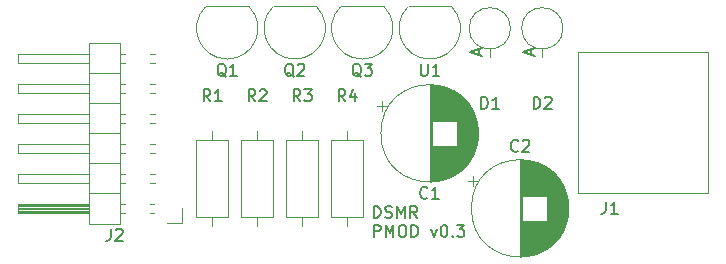
<source format=gbr>
%TF.GenerationSoftware,KiCad,Pcbnew,7.0.10*%
%TF.CreationDate,2024-01-03T13:13:52+01:00*%
%TF.ProjectId,slimme_meter_pmod,736c696d-6d65-45f6-9d65-7465725f706d,rev?*%
%TF.SameCoordinates,Original*%
%TF.FileFunction,Legend,Top*%
%TF.FilePolarity,Positive*%
%FSLAX46Y46*%
G04 Gerber Fmt 4.6, Leading zero omitted, Abs format (unit mm)*
G04 Created by KiCad (PCBNEW 7.0.10) date 2024-01-03 13:13:52*
%MOMM*%
%LPD*%
G01*
G04 APERTURE LIST*
%ADD10C,0.150000*%
%ADD11C,0.120000*%
G04 APERTURE END LIST*
D10*
X116541779Y-69379819D02*
X116541779Y-68379819D01*
X116541779Y-68379819D02*
X116779874Y-68379819D01*
X116779874Y-68379819D02*
X116922731Y-68427438D01*
X116922731Y-68427438D02*
X117017969Y-68522676D01*
X117017969Y-68522676D02*
X117065588Y-68617914D01*
X117065588Y-68617914D02*
X117113207Y-68808390D01*
X117113207Y-68808390D02*
X117113207Y-68951247D01*
X117113207Y-68951247D02*
X117065588Y-69141723D01*
X117065588Y-69141723D02*
X117017969Y-69236961D01*
X117017969Y-69236961D02*
X116922731Y-69332200D01*
X116922731Y-69332200D02*
X116779874Y-69379819D01*
X116779874Y-69379819D02*
X116541779Y-69379819D01*
X117494160Y-69332200D02*
X117637017Y-69379819D01*
X117637017Y-69379819D02*
X117875112Y-69379819D01*
X117875112Y-69379819D02*
X117970350Y-69332200D01*
X117970350Y-69332200D02*
X118017969Y-69284580D01*
X118017969Y-69284580D02*
X118065588Y-69189342D01*
X118065588Y-69189342D02*
X118065588Y-69094104D01*
X118065588Y-69094104D02*
X118017969Y-68998866D01*
X118017969Y-68998866D02*
X117970350Y-68951247D01*
X117970350Y-68951247D02*
X117875112Y-68903628D01*
X117875112Y-68903628D02*
X117684636Y-68856009D01*
X117684636Y-68856009D02*
X117589398Y-68808390D01*
X117589398Y-68808390D02*
X117541779Y-68760771D01*
X117541779Y-68760771D02*
X117494160Y-68665533D01*
X117494160Y-68665533D02*
X117494160Y-68570295D01*
X117494160Y-68570295D02*
X117541779Y-68475057D01*
X117541779Y-68475057D02*
X117589398Y-68427438D01*
X117589398Y-68427438D02*
X117684636Y-68379819D01*
X117684636Y-68379819D02*
X117922731Y-68379819D01*
X117922731Y-68379819D02*
X118065588Y-68427438D01*
X118494160Y-69379819D02*
X118494160Y-68379819D01*
X118494160Y-68379819D02*
X118827493Y-69094104D01*
X118827493Y-69094104D02*
X119160826Y-68379819D01*
X119160826Y-68379819D02*
X119160826Y-69379819D01*
X120208445Y-69379819D02*
X119875112Y-68903628D01*
X119637017Y-69379819D02*
X119637017Y-68379819D01*
X119637017Y-68379819D02*
X120017969Y-68379819D01*
X120017969Y-68379819D02*
X120113207Y-68427438D01*
X120113207Y-68427438D02*
X120160826Y-68475057D01*
X120160826Y-68475057D02*
X120208445Y-68570295D01*
X120208445Y-68570295D02*
X120208445Y-68713152D01*
X120208445Y-68713152D02*
X120160826Y-68808390D01*
X120160826Y-68808390D02*
X120113207Y-68856009D01*
X120113207Y-68856009D02*
X120017969Y-68903628D01*
X120017969Y-68903628D02*
X119637017Y-68903628D01*
X116541779Y-70989819D02*
X116541779Y-69989819D01*
X116541779Y-69989819D02*
X116922731Y-69989819D01*
X116922731Y-69989819D02*
X117017969Y-70037438D01*
X117017969Y-70037438D02*
X117065588Y-70085057D01*
X117065588Y-70085057D02*
X117113207Y-70180295D01*
X117113207Y-70180295D02*
X117113207Y-70323152D01*
X117113207Y-70323152D02*
X117065588Y-70418390D01*
X117065588Y-70418390D02*
X117017969Y-70466009D01*
X117017969Y-70466009D02*
X116922731Y-70513628D01*
X116922731Y-70513628D02*
X116541779Y-70513628D01*
X117541779Y-70989819D02*
X117541779Y-69989819D01*
X117541779Y-69989819D02*
X117875112Y-70704104D01*
X117875112Y-70704104D02*
X118208445Y-69989819D01*
X118208445Y-69989819D02*
X118208445Y-70989819D01*
X118875112Y-69989819D02*
X119065588Y-69989819D01*
X119065588Y-69989819D02*
X119160826Y-70037438D01*
X119160826Y-70037438D02*
X119256064Y-70132676D01*
X119256064Y-70132676D02*
X119303683Y-70323152D01*
X119303683Y-70323152D02*
X119303683Y-70656485D01*
X119303683Y-70656485D02*
X119256064Y-70846961D01*
X119256064Y-70846961D02*
X119160826Y-70942200D01*
X119160826Y-70942200D02*
X119065588Y-70989819D01*
X119065588Y-70989819D02*
X118875112Y-70989819D01*
X118875112Y-70989819D02*
X118779874Y-70942200D01*
X118779874Y-70942200D02*
X118684636Y-70846961D01*
X118684636Y-70846961D02*
X118637017Y-70656485D01*
X118637017Y-70656485D02*
X118637017Y-70323152D01*
X118637017Y-70323152D02*
X118684636Y-70132676D01*
X118684636Y-70132676D02*
X118779874Y-70037438D01*
X118779874Y-70037438D02*
X118875112Y-69989819D01*
X119732255Y-70989819D02*
X119732255Y-69989819D01*
X119732255Y-69989819D02*
X119970350Y-69989819D01*
X119970350Y-69989819D02*
X120113207Y-70037438D01*
X120113207Y-70037438D02*
X120208445Y-70132676D01*
X120208445Y-70132676D02*
X120256064Y-70227914D01*
X120256064Y-70227914D02*
X120303683Y-70418390D01*
X120303683Y-70418390D02*
X120303683Y-70561247D01*
X120303683Y-70561247D02*
X120256064Y-70751723D01*
X120256064Y-70751723D02*
X120208445Y-70846961D01*
X120208445Y-70846961D02*
X120113207Y-70942200D01*
X120113207Y-70942200D02*
X119970350Y-70989819D01*
X119970350Y-70989819D02*
X119732255Y-70989819D01*
X121398922Y-70323152D02*
X121637017Y-70989819D01*
X121637017Y-70989819D02*
X121875112Y-70323152D01*
X122446541Y-69989819D02*
X122541779Y-69989819D01*
X122541779Y-69989819D02*
X122637017Y-70037438D01*
X122637017Y-70037438D02*
X122684636Y-70085057D01*
X122684636Y-70085057D02*
X122732255Y-70180295D01*
X122732255Y-70180295D02*
X122779874Y-70370771D01*
X122779874Y-70370771D02*
X122779874Y-70608866D01*
X122779874Y-70608866D02*
X122732255Y-70799342D01*
X122732255Y-70799342D02*
X122684636Y-70894580D01*
X122684636Y-70894580D02*
X122637017Y-70942200D01*
X122637017Y-70942200D02*
X122541779Y-70989819D01*
X122541779Y-70989819D02*
X122446541Y-70989819D01*
X122446541Y-70989819D02*
X122351303Y-70942200D01*
X122351303Y-70942200D02*
X122303684Y-70894580D01*
X122303684Y-70894580D02*
X122256065Y-70799342D01*
X122256065Y-70799342D02*
X122208446Y-70608866D01*
X122208446Y-70608866D02*
X122208446Y-70370771D01*
X122208446Y-70370771D02*
X122256065Y-70180295D01*
X122256065Y-70180295D02*
X122303684Y-70085057D01*
X122303684Y-70085057D02*
X122351303Y-70037438D01*
X122351303Y-70037438D02*
X122446541Y-69989819D01*
X123208446Y-70894580D02*
X123256065Y-70942200D01*
X123256065Y-70942200D02*
X123208446Y-70989819D01*
X123208446Y-70989819D02*
X123160827Y-70942200D01*
X123160827Y-70942200D02*
X123208446Y-70894580D01*
X123208446Y-70894580D02*
X123208446Y-70989819D01*
X123589398Y-69989819D02*
X124208445Y-69989819D01*
X124208445Y-69989819D02*
X123875112Y-70370771D01*
X123875112Y-70370771D02*
X124017969Y-70370771D01*
X124017969Y-70370771D02*
X124113207Y-70418390D01*
X124113207Y-70418390D02*
X124160826Y-70466009D01*
X124160826Y-70466009D02*
X124208445Y-70561247D01*
X124208445Y-70561247D02*
X124208445Y-70799342D01*
X124208445Y-70799342D02*
X124160826Y-70894580D01*
X124160826Y-70894580D02*
X124113207Y-70942200D01*
X124113207Y-70942200D02*
X124017969Y-70989819D01*
X124017969Y-70989819D02*
X123732255Y-70989819D01*
X123732255Y-70989819D02*
X123637017Y-70942200D01*
X123637017Y-70942200D02*
X123589398Y-70894580D01*
X128758333Y-63689580D02*
X128710714Y-63737200D01*
X128710714Y-63737200D02*
X128567857Y-63784819D01*
X128567857Y-63784819D02*
X128472619Y-63784819D01*
X128472619Y-63784819D02*
X128329762Y-63737200D01*
X128329762Y-63737200D02*
X128234524Y-63641961D01*
X128234524Y-63641961D02*
X128186905Y-63546723D01*
X128186905Y-63546723D02*
X128139286Y-63356247D01*
X128139286Y-63356247D02*
X128139286Y-63213390D01*
X128139286Y-63213390D02*
X128186905Y-63022914D01*
X128186905Y-63022914D02*
X128234524Y-62927676D01*
X128234524Y-62927676D02*
X128329762Y-62832438D01*
X128329762Y-62832438D02*
X128472619Y-62784819D01*
X128472619Y-62784819D02*
X128567857Y-62784819D01*
X128567857Y-62784819D02*
X128710714Y-62832438D01*
X128710714Y-62832438D02*
X128758333Y-62880057D01*
X129139286Y-62880057D02*
X129186905Y-62832438D01*
X129186905Y-62832438D02*
X129282143Y-62784819D01*
X129282143Y-62784819D02*
X129520238Y-62784819D01*
X129520238Y-62784819D02*
X129615476Y-62832438D01*
X129615476Y-62832438D02*
X129663095Y-62880057D01*
X129663095Y-62880057D02*
X129710714Y-62975295D01*
X129710714Y-62975295D02*
X129710714Y-63070533D01*
X129710714Y-63070533D02*
X129663095Y-63213390D01*
X129663095Y-63213390D02*
X129091667Y-63784819D01*
X129091667Y-63784819D02*
X129710714Y-63784819D01*
X120523095Y-56354819D02*
X120523095Y-57164342D01*
X120523095Y-57164342D02*
X120570714Y-57259580D01*
X120570714Y-57259580D02*
X120618333Y-57307200D01*
X120618333Y-57307200D02*
X120713571Y-57354819D01*
X120713571Y-57354819D02*
X120904047Y-57354819D01*
X120904047Y-57354819D02*
X120999285Y-57307200D01*
X120999285Y-57307200D02*
X121046904Y-57259580D01*
X121046904Y-57259580D02*
X121094523Y-57164342D01*
X121094523Y-57164342D02*
X121094523Y-56354819D01*
X122094523Y-57354819D02*
X121523095Y-57354819D01*
X121808809Y-57354819D02*
X121808809Y-56354819D01*
X121808809Y-56354819D02*
X121713571Y-56497676D01*
X121713571Y-56497676D02*
X121618333Y-56592914D01*
X121618333Y-56592914D02*
X121523095Y-56640533D01*
X115474761Y-57450057D02*
X115379523Y-57402438D01*
X115379523Y-57402438D02*
X115284285Y-57307200D01*
X115284285Y-57307200D02*
X115141428Y-57164342D01*
X115141428Y-57164342D02*
X115046190Y-57116723D01*
X115046190Y-57116723D02*
X114950952Y-57116723D01*
X114998571Y-57354819D02*
X114903333Y-57307200D01*
X114903333Y-57307200D02*
X114808095Y-57211961D01*
X114808095Y-57211961D02*
X114760476Y-57021485D01*
X114760476Y-57021485D02*
X114760476Y-56688152D01*
X114760476Y-56688152D02*
X114808095Y-56497676D01*
X114808095Y-56497676D02*
X114903333Y-56402438D01*
X114903333Y-56402438D02*
X114998571Y-56354819D01*
X114998571Y-56354819D02*
X115189047Y-56354819D01*
X115189047Y-56354819D02*
X115284285Y-56402438D01*
X115284285Y-56402438D02*
X115379523Y-56497676D01*
X115379523Y-56497676D02*
X115427142Y-56688152D01*
X115427142Y-56688152D02*
X115427142Y-57021485D01*
X115427142Y-57021485D02*
X115379523Y-57211961D01*
X115379523Y-57211961D02*
X115284285Y-57307200D01*
X115284285Y-57307200D02*
X115189047Y-57354819D01*
X115189047Y-57354819D02*
X114998571Y-57354819D01*
X115760476Y-56354819D02*
X116379523Y-56354819D01*
X116379523Y-56354819D02*
X116046190Y-56735771D01*
X116046190Y-56735771D02*
X116189047Y-56735771D01*
X116189047Y-56735771D02*
X116284285Y-56783390D01*
X116284285Y-56783390D02*
X116331904Y-56831009D01*
X116331904Y-56831009D02*
X116379523Y-56926247D01*
X116379523Y-56926247D02*
X116379523Y-57164342D01*
X116379523Y-57164342D02*
X116331904Y-57259580D01*
X116331904Y-57259580D02*
X116284285Y-57307200D01*
X116284285Y-57307200D02*
X116189047Y-57354819D01*
X116189047Y-57354819D02*
X115903333Y-57354819D01*
X115903333Y-57354819D02*
X115808095Y-57307200D01*
X115808095Y-57307200D02*
X115760476Y-57259580D01*
X121078333Y-67669580D02*
X121030714Y-67717200D01*
X121030714Y-67717200D02*
X120887857Y-67764819D01*
X120887857Y-67764819D02*
X120792619Y-67764819D01*
X120792619Y-67764819D02*
X120649762Y-67717200D01*
X120649762Y-67717200D02*
X120554524Y-67621961D01*
X120554524Y-67621961D02*
X120506905Y-67526723D01*
X120506905Y-67526723D02*
X120459286Y-67336247D01*
X120459286Y-67336247D02*
X120459286Y-67193390D01*
X120459286Y-67193390D02*
X120506905Y-67002914D01*
X120506905Y-67002914D02*
X120554524Y-66907676D01*
X120554524Y-66907676D02*
X120649762Y-66812438D01*
X120649762Y-66812438D02*
X120792619Y-66764819D01*
X120792619Y-66764819D02*
X120887857Y-66764819D01*
X120887857Y-66764819D02*
X121030714Y-66812438D01*
X121030714Y-66812438D02*
X121078333Y-66860057D01*
X122030714Y-67764819D02*
X121459286Y-67764819D01*
X121745000Y-67764819D02*
X121745000Y-66764819D01*
X121745000Y-66764819D02*
X121649762Y-66907676D01*
X121649762Y-66907676D02*
X121554524Y-67002914D01*
X121554524Y-67002914D02*
X121459286Y-67050533D01*
X104044761Y-57450057D02*
X103949523Y-57402438D01*
X103949523Y-57402438D02*
X103854285Y-57307200D01*
X103854285Y-57307200D02*
X103711428Y-57164342D01*
X103711428Y-57164342D02*
X103616190Y-57116723D01*
X103616190Y-57116723D02*
X103520952Y-57116723D01*
X103568571Y-57354819D02*
X103473333Y-57307200D01*
X103473333Y-57307200D02*
X103378095Y-57211961D01*
X103378095Y-57211961D02*
X103330476Y-57021485D01*
X103330476Y-57021485D02*
X103330476Y-56688152D01*
X103330476Y-56688152D02*
X103378095Y-56497676D01*
X103378095Y-56497676D02*
X103473333Y-56402438D01*
X103473333Y-56402438D02*
X103568571Y-56354819D01*
X103568571Y-56354819D02*
X103759047Y-56354819D01*
X103759047Y-56354819D02*
X103854285Y-56402438D01*
X103854285Y-56402438D02*
X103949523Y-56497676D01*
X103949523Y-56497676D02*
X103997142Y-56688152D01*
X103997142Y-56688152D02*
X103997142Y-57021485D01*
X103997142Y-57021485D02*
X103949523Y-57211961D01*
X103949523Y-57211961D02*
X103854285Y-57307200D01*
X103854285Y-57307200D02*
X103759047Y-57354819D01*
X103759047Y-57354819D02*
X103568571Y-57354819D01*
X104949523Y-57354819D02*
X104378095Y-57354819D01*
X104663809Y-57354819D02*
X104663809Y-56354819D01*
X104663809Y-56354819D02*
X104568571Y-56497676D01*
X104568571Y-56497676D02*
X104473333Y-56592914D01*
X104473333Y-56592914D02*
X104378095Y-56640533D01*
X109759761Y-57450057D02*
X109664523Y-57402438D01*
X109664523Y-57402438D02*
X109569285Y-57307200D01*
X109569285Y-57307200D02*
X109426428Y-57164342D01*
X109426428Y-57164342D02*
X109331190Y-57116723D01*
X109331190Y-57116723D02*
X109235952Y-57116723D01*
X109283571Y-57354819D02*
X109188333Y-57307200D01*
X109188333Y-57307200D02*
X109093095Y-57211961D01*
X109093095Y-57211961D02*
X109045476Y-57021485D01*
X109045476Y-57021485D02*
X109045476Y-56688152D01*
X109045476Y-56688152D02*
X109093095Y-56497676D01*
X109093095Y-56497676D02*
X109188333Y-56402438D01*
X109188333Y-56402438D02*
X109283571Y-56354819D01*
X109283571Y-56354819D02*
X109474047Y-56354819D01*
X109474047Y-56354819D02*
X109569285Y-56402438D01*
X109569285Y-56402438D02*
X109664523Y-56497676D01*
X109664523Y-56497676D02*
X109712142Y-56688152D01*
X109712142Y-56688152D02*
X109712142Y-57021485D01*
X109712142Y-57021485D02*
X109664523Y-57211961D01*
X109664523Y-57211961D02*
X109569285Y-57307200D01*
X109569285Y-57307200D02*
X109474047Y-57354819D01*
X109474047Y-57354819D02*
X109283571Y-57354819D01*
X110093095Y-56450057D02*
X110140714Y-56402438D01*
X110140714Y-56402438D02*
X110235952Y-56354819D01*
X110235952Y-56354819D02*
X110474047Y-56354819D01*
X110474047Y-56354819D02*
X110569285Y-56402438D01*
X110569285Y-56402438D02*
X110616904Y-56450057D01*
X110616904Y-56450057D02*
X110664523Y-56545295D01*
X110664523Y-56545295D02*
X110664523Y-56640533D01*
X110664523Y-56640533D02*
X110616904Y-56783390D01*
X110616904Y-56783390D02*
X110045476Y-57354819D01*
X110045476Y-57354819D02*
X110664523Y-57354819D01*
X94281666Y-70304819D02*
X94281666Y-71019104D01*
X94281666Y-71019104D02*
X94234047Y-71161961D01*
X94234047Y-71161961D02*
X94138809Y-71257200D01*
X94138809Y-71257200D02*
X93995952Y-71304819D01*
X93995952Y-71304819D02*
X93900714Y-71304819D01*
X94710238Y-70400057D02*
X94757857Y-70352438D01*
X94757857Y-70352438D02*
X94853095Y-70304819D01*
X94853095Y-70304819D02*
X95091190Y-70304819D01*
X95091190Y-70304819D02*
X95186428Y-70352438D01*
X95186428Y-70352438D02*
X95234047Y-70400057D01*
X95234047Y-70400057D02*
X95281666Y-70495295D01*
X95281666Y-70495295D02*
X95281666Y-70590533D01*
X95281666Y-70590533D02*
X95234047Y-70733390D01*
X95234047Y-70733390D02*
X94662619Y-71304819D01*
X94662619Y-71304819D02*
X95281666Y-71304819D01*
X106513333Y-59509819D02*
X106180000Y-59033628D01*
X105941905Y-59509819D02*
X105941905Y-58509819D01*
X105941905Y-58509819D02*
X106322857Y-58509819D01*
X106322857Y-58509819D02*
X106418095Y-58557438D01*
X106418095Y-58557438D02*
X106465714Y-58605057D01*
X106465714Y-58605057D02*
X106513333Y-58700295D01*
X106513333Y-58700295D02*
X106513333Y-58843152D01*
X106513333Y-58843152D02*
X106465714Y-58938390D01*
X106465714Y-58938390D02*
X106418095Y-58986009D01*
X106418095Y-58986009D02*
X106322857Y-59033628D01*
X106322857Y-59033628D02*
X105941905Y-59033628D01*
X106894286Y-58605057D02*
X106941905Y-58557438D01*
X106941905Y-58557438D02*
X107037143Y-58509819D01*
X107037143Y-58509819D02*
X107275238Y-58509819D01*
X107275238Y-58509819D02*
X107370476Y-58557438D01*
X107370476Y-58557438D02*
X107418095Y-58605057D01*
X107418095Y-58605057D02*
X107465714Y-58700295D01*
X107465714Y-58700295D02*
X107465714Y-58795533D01*
X107465714Y-58795533D02*
X107418095Y-58938390D01*
X107418095Y-58938390D02*
X106846667Y-59509819D01*
X106846667Y-59509819D02*
X107465714Y-59509819D01*
X110323333Y-59509819D02*
X109990000Y-59033628D01*
X109751905Y-59509819D02*
X109751905Y-58509819D01*
X109751905Y-58509819D02*
X110132857Y-58509819D01*
X110132857Y-58509819D02*
X110228095Y-58557438D01*
X110228095Y-58557438D02*
X110275714Y-58605057D01*
X110275714Y-58605057D02*
X110323333Y-58700295D01*
X110323333Y-58700295D02*
X110323333Y-58843152D01*
X110323333Y-58843152D02*
X110275714Y-58938390D01*
X110275714Y-58938390D02*
X110228095Y-58986009D01*
X110228095Y-58986009D02*
X110132857Y-59033628D01*
X110132857Y-59033628D02*
X109751905Y-59033628D01*
X110656667Y-58509819D02*
X111275714Y-58509819D01*
X111275714Y-58509819D02*
X110942381Y-58890771D01*
X110942381Y-58890771D02*
X111085238Y-58890771D01*
X111085238Y-58890771D02*
X111180476Y-58938390D01*
X111180476Y-58938390D02*
X111228095Y-58986009D01*
X111228095Y-58986009D02*
X111275714Y-59081247D01*
X111275714Y-59081247D02*
X111275714Y-59319342D01*
X111275714Y-59319342D02*
X111228095Y-59414580D01*
X111228095Y-59414580D02*
X111180476Y-59462200D01*
X111180476Y-59462200D02*
X111085238Y-59509819D01*
X111085238Y-59509819D02*
X110799524Y-59509819D01*
X110799524Y-59509819D02*
X110704286Y-59462200D01*
X110704286Y-59462200D02*
X110656667Y-59414580D01*
X130071905Y-60144819D02*
X130071905Y-59144819D01*
X130071905Y-59144819D02*
X130310000Y-59144819D01*
X130310000Y-59144819D02*
X130452857Y-59192438D01*
X130452857Y-59192438D02*
X130548095Y-59287676D01*
X130548095Y-59287676D02*
X130595714Y-59382914D01*
X130595714Y-59382914D02*
X130643333Y-59573390D01*
X130643333Y-59573390D02*
X130643333Y-59716247D01*
X130643333Y-59716247D02*
X130595714Y-59906723D01*
X130595714Y-59906723D02*
X130548095Y-60001961D01*
X130548095Y-60001961D02*
X130452857Y-60097200D01*
X130452857Y-60097200D02*
X130310000Y-60144819D01*
X130310000Y-60144819D02*
X130071905Y-60144819D01*
X131024286Y-59240057D02*
X131071905Y-59192438D01*
X131071905Y-59192438D02*
X131167143Y-59144819D01*
X131167143Y-59144819D02*
X131405238Y-59144819D01*
X131405238Y-59144819D02*
X131500476Y-59192438D01*
X131500476Y-59192438D02*
X131548095Y-59240057D01*
X131548095Y-59240057D02*
X131595714Y-59335295D01*
X131595714Y-59335295D02*
X131595714Y-59430533D01*
X131595714Y-59430533D02*
X131548095Y-59573390D01*
X131548095Y-59573390D02*
X130976667Y-60144819D01*
X130976667Y-60144819D02*
X131595714Y-60144819D01*
X129879104Y-55588094D02*
X129879104Y-55111904D01*
X130164819Y-55683332D02*
X129164819Y-55349999D01*
X129164819Y-55349999D02*
X130164819Y-55016666D01*
X114133333Y-59509819D02*
X113800000Y-59033628D01*
X113561905Y-59509819D02*
X113561905Y-58509819D01*
X113561905Y-58509819D02*
X113942857Y-58509819D01*
X113942857Y-58509819D02*
X114038095Y-58557438D01*
X114038095Y-58557438D02*
X114085714Y-58605057D01*
X114085714Y-58605057D02*
X114133333Y-58700295D01*
X114133333Y-58700295D02*
X114133333Y-58843152D01*
X114133333Y-58843152D02*
X114085714Y-58938390D01*
X114085714Y-58938390D02*
X114038095Y-58986009D01*
X114038095Y-58986009D02*
X113942857Y-59033628D01*
X113942857Y-59033628D02*
X113561905Y-59033628D01*
X114990476Y-58843152D02*
X114990476Y-59509819D01*
X114752381Y-58462200D02*
X114514286Y-59176485D01*
X114514286Y-59176485D02*
X115133333Y-59176485D01*
X125626905Y-60144819D02*
X125626905Y-59144819D01*
X125626905Y-59144819D02*
X125865000Y-59144819D01*
X125865000Y-59144819D02*
X126007857Y-59192438D01*
X126007857Y-59192438D02*
X126103095Y-59287676D01*
X126103095Y-59287676D02*
X126150714Y-59382914D01*
X126150714Y-59382914D02*
X126198333Y-59573390D01*
X126198333Y-59573390D02*
X126198333Y-59716247D01*
X126198333Y-59716247D02*
X126150714Y-59906723D01*
X126150714Y-59906723D02*
X126103095Y-60001961D01*
X126103095Y-60001961D02*
X126007857Y-60097200D01*
X126007857Y-60097200D02*
X125865000Y-60144819D01*
X125865000Y-60144819D02*
X125626905Y-60144819D01*
X127150714Y-60144819D02*
X126579286Y-60144819D01*
X126865000Y-60144819D02*
X126865000Y-59144819D01*
X126865000Y-59144819D02*
X126769762Y-59287676D01*
X126769762Y-59287676D02*
X126674524Y-59382914D01*
X126674524Y-59382914D02*
X126579286Y-59430533D01*
X125434104Y-55588094D02*
X125434104Y-55111904D01*
X125719819Y-55683332D02*
X124719819Y-55349999D01*
X124719819Y-55349999D02*
X125719819Y-55016666D01*
X102703333Y-59509819D02*
X102370000Y-59033628D01*
X102131905Y-59509819D02*
X102131905Y-58509819D01*
X102131905Y-58509819D02*
X102512857Y-58509819D01*
X102512857Y-58509819D02*
X102608095Y-58557438D01*
X102608095Y-58557438D02*
X102655714Y-58605057D01*
X102655714Y-58605057D02*
X102703333Y-58700295D01*
X102703333Y-58700295D02*
X102703333Y-58843152D01*
X102703333Y-58843152D02*
X102655714Y-58938390D01*
X102655714Y-58938390D02*
X102608095Y-58986009D01*
X102608095Y-58986009D02*
X102512857Y-59033628D01*
X102512857Y-59033628D02*
X102131905Y-59033628D01*
X103655714Y-59509819D02*
X103084286Y-59509819D01*
X103370000Y-59509819D02*
X103370000Y-58509819D01*
X103370000Y-58509819D02*
X103274762Y-58652676D01*
X103274762Y-58652676D02*
X103179524Y-58747914D01*
X103179524Y-58747914D02*
X103084286Y-58795533D01*
X136191666Y-68034819D02*
X136191666Y-68749104D01*
X136191666Y-68749104D02*
X136144047Y-68891961D01*
X136144047Y-68891961D02*
X136048809Y-68987200D01*
X136048809Y-68987200D02*
X135905952Y-69034819D01*
X135905952Y-69034819D02*
X135810714Y-69034819D01*
X137191666Y-69034819D02*
X136620238Y-69034819D01*
X136905952Y-69034819D02*
X136905952Y-68034819D01*
X136905952Y-68034819D02*
X136810714Y-68177676D01*
X136810714Y-68177676D02*
X136715476Y-68272914D01*
X136715476Y-68272914D02*
X136620238Y-68320533D01*
D11*
%TO.C,C2*%
X132966000Y-67812000D02*
X132966000Y-69348000D01*
X124915302Y-65865000D02*
X124915302Y-66665000D01*
X132846000Y-67351000D02*
X132846000Y-69809000D01*
X129926000Y-64623000D02*
X129926000Y-67540000D01*
X130966000Y-65040000D02*
X130966000Y-67540000D01*
X130326000Y-64745000D02*
X130326000Y-67540000D01*
X131726000Y-65597000D02*
X131726000Y-71563000D01*
X129686000Y-69620000D02*
X129686000Y-72590000D01*
X130286000Y-64730000D02*
X130286000Y-67540000D01*
X130406000Y-64775000D02*
X130406000Y-67540000D01*
X132206000Y-66126000D02*
X132206000Y-71034000D01*
X132326000Y-66293000D02*
X132326000Y-70867000D01*
X132406000Y-66414000D02*
X132406000Y-70746000D01*
X131126000Y-65136000D02*
X131126000Y-67540000D01*
X129285000Y-69620000D02*
X129285000Y-72645000D01*
X130006000Y-64644000D02*
X130006000Y-67540000D01*
X132686000Y-66935000D02*
X132686000Y-70225000D01*
X129726000Y-64578000D02*
X129726000Y-67540000D01*
X129165000Y-64506000D02*
X129165000Y-67540000D01*
X130846000Y-64974000D02*
X130846000Y-67540000D01*
X130846000Y-69620000D02*
X130846000Y-72186000D01*
X132166000Y-66075000D02*
X132166000Y-71085000D01*
X129766000Y-64586000D02*
X129766000Y-67540000D01*
X130806000Y-69620000D02*
X130806000Y-72207000D01*
X130606000Y-69620000D02*
X130606000Y-72302000D01*
X131686000Y-65561000D02*
X131686000Y-71599000D01*
X130886000Y-64996000D02*
X130886000Y-67540000D01*
X130926000Y-65018000D02*
X130926000Y-67540000D01*
X129085000Y-64503000D02*
X129085000Y-72657000D01*
X129846000Y-69620000D02*
X129846000Y-72556000D01*
X130326000Y-69620000D02*
X130326000Y-72415000D01*
X130206000Y-64703000D02*
X130206000Y-67540000D01*
X129565000Y-64550000D02*
X129565000Y-67540000D01*
X131526000Y-65424000D02*
X131526000Y-71736000D01*
X129926000Y-69620000D02*
X129926000Y-72537000D01*
X129525000Y-69620000D02*
X129525000Y-72617000D01*
X129365000Y-69620000D02*
X129365000Y-72637000D01*
X132726000Y-67028000D02*
X132726000Y-70132000D01*
X129726000Y-69620000D02*
X129726000Y-72582000D01*
X131446000Y-65360000D02*
X131446000Y-71800000D01*
X129205000Y-69620000D02*
X129205000Y-72651000D01*
X132566000Y-66690000D02*
X132566000Y-70470000D01*
X129405000Y-64528000D02*
X129405000Y-67540000D01*
X131966000Y-65839000D02*
X131966000Y-71321000D01*
X131886000Y-65754000D02*
X131886000Y-71406000D01*
X131086000Y-65111000D02*
X131086000Y-67540000D01*
X132766000Y-67127000D02*
X132766000Y-70033000D01*
X131366000Y-65300000D02*
X131366000Y-71860000D01*
X131646000Y-65525000D02*
X131646000Y-71635000D01*
X132806000Y-67234000D02*
X132806000Y-69926000D01*
X131606000Y-65490000D02*
X131606000Y-71670000D01*
X130606000Y-64858000D02*
X130606000Y-67540000D01*
X129806000Y-64595000D02*
X129806000Y-67540000D01*
X130526000Y-64823000D02*
X130526000Y-67540000D01*
X129205000Y-64509000D02*
X129205000Y-67540000D01*
X132926000Y-67632000D02*
X132926000Y-69528000D01*
X129686000Y-64570000D02*
X129686000Y-67540000D01*
X130086000Y-64666000D02*
X130086000Y-67540000D01*
X129646000Y-69620000D02*
X129646000Y-72597000D01*
X129485000Y-64538000D02*
X129485000Y-67540000D01*
X128965000Y-64500000D02*
X128965000Y-72660000D01*
X130926000Y-69620000D02*
X130926000Y-72142000D01*
X129165000Y-69620000D02*
X129165000Y-72654000D01*
X131566000Y-65456000D02*
X131566000Y-71704000D01*
X130446000Y-64790000D02*
X130446000Y-67540000D01*
X131086000Y-69620000D02*
X131086000Y-72049000D01*
X132046000Y-65929000D02*
X132046000Y-71231000D01*
X128925000Y-64500000D02*
X128925000Y-72660000D01*
X130366000Y-64759000D02*
X130366000Y-67540000D01*
X131006000Y-69620000D02*
X131006000Y-72097000D01*
X129405000Y-69620000D02*
X129405000Y-72632000D01*
X131246000Y-65215000D02*
X131246000Y-71945000D01*
X129886000Y-69620000D02*
X129886000Y-72547000D01*
X130646000Y-64876000D02*
X130646000Y-67540000D01*
X129485000Y-69620000D02*
X129485000Y-72622000D01*
X131286000Y-65242000D02*
X131286000Y-71918000D01*
X129125000Y-64504000D02*
X129125000Y-72656000D01*
X130766000Y-64933000D02*
X130766000Y-67540000D01*
X131326000Y-65271000D02*
X131326000Y-71889000D01*
X130046000Y-69620000D02*
X130046000Y-72505000D01*
X130246000Y-64717000D02*
X130246000Y-67540000D01*
X132086000Y-65976000D02*
X132086000Y-71184000D01*
X129646000Y-64563000D02*
X129646000Y-67540000D01*
X131126000Y-69620000D02*
X131126000Y-72024000D01*
X130126000Y-69620000D02*
X130126000Y-72482000D01*
X131486000Y-65391000D02*
X131486000Y-71769000D01*
X130406000Y-69620000D02*
X130406000Y-72385000D01*
X129245000Y-64512000D02*
X129245000Y-67540000D01*
X132446000Y-66478000D02*
X132446000Y-70682000D01*
X131046000Y-69620000D02*
X131046000Y-72073000D01*
X130686000Y-64894000D02*
X130686000Y-67540000D01*
X129365000Y-64523000D02*
X129365000Y-67540000D01*
X130206000Y-69620000D02*
X130206000Y-72457000D01*
X129605000Y-64556000D02*
X129605000Y-67540000D01*
X132486000Y-66546000D02*
X132486000Y-70614000D01*
X131006000Y-65063000D02*
X131006000Y-67540000D01*
X129325000Y-64519000D02*
X129325000Y-67540000D01*
X130526000Y-69620000D02*
X130526000Y-72337000D01*
X130766000Y-69620000D02*
X130766000Y-72227000D01*
X133006000Y-68047000D02*
X133006000Y-69113000D01*
X130366000Y-69620000D02*
X130366000Y-72401000D01*
X130806000Y-64953000D02*
X130806000Y-67540000D01*
X131406000Y-65330000D02*
X131406000Y-71830000D01*
X129525000Y-64543000D02*
X129525000Y-67540000D01*
X130166000Y-69620000D02*
X130166000Y-72469000D01*
X130646000Y-69620000D02*
X130646000Y-72284000D01*
X132286000Y-66235000D02*
X132286000Y-70925000D01*
X130486000Y-64806000D02*
X130486000Y-67540000D01*
X131806000Y-65673000D02*
X131806000Y-71487000D01*
X132006000Y-65883000D02*
X132006000Y-71277000D01*
X129966000Y-69620000D02*
X129966000Y-72527000D01*
X130886000Y-69620000D02*
X130886000Y-72164000D01*
X129806000Y-69620000D02*
X129806000Y-72565000D01*
X129285000Y-64515000D02*
X129285000Y-67540000D01*
X132526000Y-66616000D02*
X132526000Y-70544000D01*
X130046000Y-64655000D02*
X130046000Y-67540000D01*
X130166000Y-64691000D02*
X130166000Y-67540000D01*
X131766000Y-65635000D02*
X131766000Y-71525000D01*
X131206000Y-69620000D02*
X131206000Y-71972000D01*
X132126000Y-66024000D02*
X132126000Y-71136000D01*
X130726000Y-64914000D02*
X130726000Y-67540000D01*
X130566000Y-64840000D02*
X130566000Y-67540000D01*
X130126000Y-64678000D02*
X130126000Y-67540000D01*
X129245000Y-69620000D02*
X129245000Y-72648000D01*
X129766000Y-69620000D02*
X129766000Y-72574000D01*
X129846000Y-64604000D02*
X129846000Y-67540000D01*
X129445000Y-69620000D02*
X129445000Y-72628000D01*
X130286000Y-69620000D02*
X130286000Y-72430000D01*
X132366000Y-66352000D02*
X132366000Y-70808000D01*
X129445000Y-64532000D02*
X129445000Y-67540000D01*
X130566000Y-69620000D02*
X130566000Y-72320000D01*
X130246000Y-69620000D02*
X130246000Y-72443000D01*
X129886000Y-64613000D02*
X129886000Y-67540000D01*
X130086000Y-69620000D02*
X130086000Y-72494000D01*
X130686000Y-69620000D02*
X130686000Y-72266000D01*
X132886000Y-67482000D02*
X132886000Y-69678000D01*
X131206000Y-65188000D02*
X131206000Y-67540000D01*
X132606000Y-66767000D02*
X132606000Y-70393000D01*
X124515302Y-66265000D02*
X125315302Y-66265000D01*
X131046000Y-65087000D02*
X131046000Y-67540000D01*
X129045000Y-64501000D02*
X129045000Y-72659000D01*
X130966000Y-69620000D02*
X130966000Y-72120000D01*
X131166000Y-69620000D02*
X131166000Y-71998000D01*
X129325000Y-69620000D02*
X129325000Y-72641000D01*
X130726000Y-69620000D02*
X130726000Y-72246000D01*
X129565000Y-69620000D02*
X129565000Y-72610000D01*
X129005000Y-64500000D02*
X129005000Y-72660000D01*
X130006000Y-69620000D02*
X130006000Y-72516000D01*
X131846000Y-65713000D02*
X131846000Y-71447000D01*
X131926000Y-65796000D02*
X131926000Y-71364000D01*
X129966000Y-64633000D02*
X129966000Y-67540000D01*
X132246000Y-66180000D02*
X132246000Y-70980000D01*
X130486000Y-69620000D02*
X130486000Y-72354000D01*
X129605000Y-69620000D02*
X129605000Y-72604000D01*
X131166000Y-65162000D02*
X131166000Y-67540000D01*
X132646000Y-66849000D02*
X132646000Y-70311000D01*
X130446000Y-69620000D02*
X130446000Y-72370000D01*
X133045000Y-68580000D02*
G75*
G03*
X124805000Y-68580000I-4120000J0D01*
G01*
X124805000Y-68580000D02*
G75*
G03*
X133045000Y-68580000I4120000J0D01*
G01*
%TO.C,U1*%
X123085000Y-51490000D02*
X119485000Y-51490000D01*
X119446522Y-51501522D02*
G75*
G03*
X121285000Y-55940000I1838478J-1838478D01*
G01*
X121285000Y-55940000D02*
G75*
G03*
X123123478Y-51501522I0J2600000D01*
G01*
%TO.C,Q3*%
X117370000Y-51490000D02*
X113770000Y-51490000D01*
X113731522Y-51501522D02*
G75*
G03*
X115570000Y-55940000I1838478J-1838478D01*
G01*
X115570000Y-55940000D02*
G75*
G03*
X117408478Y-51501522I0J2600000D01*
G01*
%TO.C,C1*%
X116855302Y-59915000D02*
X117655302Y-59915000D01*
X117255302Y-59515000D02*
X117255302Y-60315000D01*
X121265000Y-58150000D02*
X121265000Y-66310000D01*
X121305000Y-58150000D02*
X121305000Y-66310000D01*
X121345000Y-58150000D02*
X121345000Y-66310000D01*
X121385000Y-58151000D02*
X121385000Y-66309000D01*
X121425000Y-58153000D02*
X121425000Y-66307000D01*
X121465000Y-58154000D02*
X121465000Y-66306000D01*
X121505000Y-58156000D02*
X121505000Y-61190000D01*
X121505000Y-63270000D02*
X121505000Y-66304000D01*
X121545000Y-58159000D02*
X121545000Y-61190000D01*
X121545000Y-63270000D02*
X121545000Y-66301000D01*
X121585000Y-58162000D02*
X121585000Y-61190000D01*
X121585000Y-63270000D02*
X121585000Y-66298000D01*
X121625000Y-58165000D02*
X121625000Y-61190000D01*
X121625000Y-63270000D02*
X121625000Y-66295000D01*
X121665000Y-58169000D02*
X121665000Y-61190000D01*
X121665000Y-63270000D02*
X121665000Y-66291000D01*
X121705000Y-58173000D02*
X121705000Y-61190000D01*
X121705000Y-63270000D02*
X121705000Y-66287000D01*
X121745000Y-58178000D02*
X121745000Y-61190000D01*
X121745000Y-63270000D02*
X121745000Y-66282000D01*
X121785000Y-58182000D02*
X121785000Y-61190000D01*
X121785000Y-63270000D02*
X121785000Y-66278000D01*
X121825000Y-58188000D02*
X121825000Y-61190000D01*
X121825000Y-63270000D02*
X121825000Y-66272000D01*
X121865000Y-58193000D02*
X121865000Y-61190000D01*
X121865000Y-63270000D02*
X121865000Y-66267000D01*
X121905000Y-58200000D02*
X121905000Y-61190000D01*
X121905000Y-63270000D02*
X121905000Y-66260000D01*
X121945000Y-58206000D02*
X121945000Y-61190000D01*
X121945000Y-63270000D02*
X121945000Y-66254000D01*
X121986000Y-58213000D02*
X121986000Y-61190000D01*
X121986000Y-63270000D02*
X121986000Y-66247000D01*
X122026000Y-58220000D02*
X122026000Y-61190000D01*
X122026000Y-63270000D02*
X122026000Y-66240000D01*
X122066000Y-58228000D02*
X122066000Y-61190000D01*
X122066000Y-63270000D02*
X122066000Y-66232000D01*
X122106000Y-58236000D02*
X122106000Y-61190000D01*
X122106000Y-63270000D02*
X122106000Y-66224000D01*
X122146000Y-58245000D02*
X122146000Y-61190000D01*
X122146000Y-63270000D02*
X122146000Y-66215000D01*
X122186000Y-58254000D02*
X122186000Y-61190000D01*
X122186000Y-63270000D02*
X122186000Y-66206000D01*
X122226000Y-58263000D02*
X122226000Y-61190000D01*
X122226000Y-63270000D02*
X122226000Y-66197000D01*
X122266000Y-58273000D02*
X122266000Y-61190000D01*
X122266000Y-63270000D02*
X122266000Y-66187000D01*
X122306000Y-58283000D02*
X122306000Y-61190000D01*
X122306000Y-63270000D02*
X122306000Y-66177000D01*
X122346000Y-58294000D02*
X122346000Y-61190000D01*
X122346000Y-63270000D02*
X122346000Y-66166000D01*
X122386000Y-58305000D02*
X122386000Y-61190000D01*
X122386000Y-63270000D02*
X122386000Y-66155000D01*
X122426000Y-58316000D02*
X122426000Y-61190000D01*
X122426000Y-63270000D02*
X122426000Y-66144000D01*
X122466000Y-58328000D02*
X122466000Y-61190000D01*
X122466000Y-63270000D02*
X122466000Y-66132000D01*
X122506000Y-58341000D02*
X122506000Y-61190000D01*
X122506000Y-63270000D02*
X122506000Y-66119000D01*
X122546000Y-58353000D02*
X122546000Y-61190000D01*
X122546000Y-63270000D02*
X122546000Y-66107000D01*
X122586000Y-58367000D02*
X122586000Y-61190000D01*
X122586000Y-63270000D02*
X122586000Y-66093000D01*
X122626000Y-58380000D02*
X122626000Y-61190000D01*
X122626000Y-63270000D02*
X122626000Y-66080000D01*
X122666000Y-58395000D02*
X122666000Y-61190000D01*
X122666000Y-63270000D02*
X122666000Y-66065000D01*
X122706000Y-58409000D02*
X122706000Y-61190000D01*
X122706000Y-63270000D02*
X122706000Y-66051000D01*
X122746000Y-58425000D02*
X122746000Y-61190000D01*
X122746000Y-63270000D02*
X122746000Y-66035000D01*
X122786000Y-58440000D02*
X122786000Y-61190000D01*
X122786000Y-63270000D02*
X122786000Y-66020000D01*
X122826000Y-58456000D02*
X122826000Y-61190000D01*
X122826000Y-63270000D02*
X122826000Y-66004000D01*
X122866000Y-58473000D02*
X122866000Y-61190000D01*
X122866000Y-63270000D02*
X122866000Y-65987000D01*
X122906000Y-58490000D02*
X122906000Y-61190000D01*
X122906000Y-63270000D02*
X122906000Y-65970000D01*
X122946000Y-58508000D02*
X122946000Y-61190000D01*
X122946000Y-63270000D02*
X122946000Y-65952000D01*
X122986000Y-58526000D02*
X122986000Y-61190000D01*
X122986000Y-63270000D02*
X122986000Y-65934000D01*
X123026000Y-58544000D02*
X123026000Y-61190000D01*
X123026000Y-63270000D02*
X123026000Y-65916000D01*
X123066000Y-58564000D02*
X123066000Y-61190000D01*
X123066000Y-63270000D02*
X123066000Y-65896000D01*
X123106000Y-58583000D02*
X123106000Y-61190000D01*
X123106000Y-63270000D02*
X123106000Y-65877000D01*
X123146000Y-58603000D02*
X123146000Y-61190000D01*
X123146000Y-63270000D02*
X123146000Y-65857000D01*
X123186000Y-58624000D02*
X123186000Y-61190000D01*
X123186000Y-63270000D02*
X123186000Y-65836000D01*
X123226000Y-58646000D02*
X123226000Y-61190000D01*
X123226000Y-63270000D02*
X123226000Y-65814000D01*
X123266000Y-58668000D02*
X123266000Y-61190000D01*
X123266000Y-63270000D02*
X123266000Y-65792000D01*
X123306000Y-58690000D02*
X123306000Y-61190000D01*
X123306000Y-63270000D02*
X123306000Y-65770000D01*
X123346000Y-58713000D02*
X123346000Y-61190000D01*
X123346000Y-63270000D02*
X123346000Y-65747000D01*
X123386000Y-58737000D02*
X123386000Y-61190000D01*
X123386000Y-63270000D02*
X123386000Y-65723000D01*
X123426000Y-58761000D02*
X123426000Y-61190000D01*
X123426000Y-63270000D02*
X123426000Y-65699000D01*
X123466000Y-58786000D02*
X123466000Y-61190000D01*
X123466000Y-63270000D02*
X123466000Y-65674000D01*
X123506000Y-58812000D02*
X123506000Y-61190000D01*
X123506000Y-63270000D02*
X123506000Y-65648000D01*
X123546000Y-58838000D02*
X123546000Y-61190000D01*
X123546000Y-63270000D02*
X123546000Y-65622000D01*
X123586000Y-58865000D02*
X123586000Y-65595000D01*
X123626000Y-58892000D02*
X123626000Y-65568000D01*
X123666000Y-58921000D02*
X123666000Y-65539000D01*
X123706000Y-58950000D02*
X123706000Y-65510000D01*
X123746000Y-58980000D02*
X123746000Y-65480000D01*
X123786000Y-59010000D02*
X123786000Y-65450000D01*
X123826000Y-59041000D02*
X123826000Y-65419000D01*
X123866000Y-59074000D02*
X123866000Y-65386000D01*
X123906000Y-59106000D02*
X123906000Y-65354000D01*
X123946000Y-59140000D02*
X123946000Y-65320000D01*
X123986000Y-59175000D02*
X123986000Y-65285000D01*
X124026000Y-59211000D02*
X124026000Y-65249000D01*
X124066000Y-59247000D02*
X124066000Y-65213000D01*
X124106000Y-59285000D02*
X124106000Y-65175000D01*
X124146000Y-59323000D02*
X124146000Y-65137000D01*
X124186000Y-59363000D02*
X124186000Y-65097000D01*
X124226000Y-59404000D02*
X124226000Y-65056000D01*
X124266000Y-59446000D02*
X124266000Y-65014000D01*
X124306000Y-59489000D02*
X124306000Y-64971000D01*
X124346000Y-59533000D02*
X124346000Y-64927000D01*
X124386000Y-59579000D02*
X124386000Y-64881000D01*
X124426000Y-59626000D02*
X124426000Y-64834000D01*
X124466000Y-59674000D02*
X124466000Y-64786000D01*
X124506000Y-59725000D02*
X124506000Y-64735000D01*
X124546000Y-59776000D02*
X124546000Y-64684000D01*
X124586000Y-59830000D02*
X124586000Y-64630000D01*
X124626000Y-59885000D02*
X124626000Y-64575000D01*
X124666000Y-59943000D02*
X124666000Y-64517000D01*
X124706000Y-60002000D02*
X124706000Y-64458000D01*
X124746000Y-60064000D02*
X124746000Y-64396000D01*
X124786000Y-60128000D02*
X124786000Y-64332000D01*
X124826000Y-60196000D02*
X124826000Y-64264000D01*
X124866000Y-60266000D02*
X124866000Y-64194000D01*
X124906000Y-60340000D02*
X124906000Y-64120000D01*
X124946000Y-60417000D02*
X124946000Y-64043000D01*
X124986000Y-60499000D02*
X124986000Y-63961000D01*
X125026000Y-60585000D02*
X125026000Y-63875000D01*
X125066000Y-60678000D02*
X125066000Y-63782000D01*
X125106000Y-60777000D02*
X125106000Y-63683000D01*
X125146000Y-60884000D02*
X125146000Y-63576000D01*
X125186000Y-61001000D02*
X125186000Y-63459000D01*
X125226000Y-61132000D02*
X125226000Y-63328000D01*
X125266000Y-61282000D02*
X125266000Y-63178000D01*
X125306000Y-61462000D02*
X125306000Y-62998000D01*
X125346000Y-61697000D02*
X125346000Y-62763000D01*
X125385000Y-62230000D02*
G75*
G03*
X117145000Y-62230000I-4120000J0D01*
G01*
X117145000Y-62230000D02*
G75*
G03*
X125385000Y-62230000I4120000J0D01*
G01*
%TO.C,Q1*%
X105940000Y-51490000D02*
X102340000Y-51490000D01*
X104140000Y-55940000D02*
G75*
G03*
X105978478Y-51501522I0J2600000D01*
G01*
X102301522Y-51501522D02*
G75*
G03*
X104140000Y-55940000I1838478J-1838478D01*
G01*
%TO.C,Q2*%
X111655000Y-51490000D02*
X108055000Y-51490000D01*
X109855000Y-55940000D02*
G75*
G03*
X111693478Y-51501522I0J2600000D01*
G01*
X108016522Y-51501522D02*
G75*
G03*
X109855000Y-55940000I1838478J-1838478D01*
G01*
%TO.C,J2*%
X100330000Y-69850000D02*
X99060000Y-69850000D01*
X100330000Y-68580000D02*
X100330000Y-69850000D01*
X98017071Y-66420000D02*
X97562929Y-66420000D01*
X98017071Y-65660000D02*
X97562929Y-65660000D01*
X98017071Y-63880000D02*
X97562929Y-63880000D01*
X98017071Y-63120000D02*
X97562929Y-63120000D01*
X98017071Y-61340000D02*
X97562929Y-61340000D01*
X98017071Y-60580000D02*
X97562929Y-60580000D01*
X98017071Y-58800000D02*
X97562929Y-58800000D01*
X98017071Y-58040000D02*
X97562929Y-58040000D01*
X98017071Y-56260000D02*
X97562929Y-56260000D01*
X98017071Y-55500000D02*
X97562929Y-55500000D01*
X97950000Y-68960000D02*
X97562929Y-68960000D01*
X97950000Y-68200000D02*
X97562929Y-68200000D01*
X95477071Y-68960000D02*
X95080000Y-68960000D01*
X95477071Y-68200000D02*
X95080000Y-68200000D01*
X95477071Y-66420000D02*
X95080000Y-66420000D01*
X95477071Y-65660000D02*
X95080000Y-65660000D01*
X95477071Y-63880000D02*
X95080000Y-63880000D01*
X95477071Y-63120000D02*
X95080000Y-63120000D01*
X95477071Y-61340000D02*
X95080000Y-61340000D01*
X95477071Y-60580000D02*
X95080000Y-60580000D01*
X95477071Y-58800000D02*
X95080000Y-58800000D01*
X95477071Y-58040000D02*
X95080000Y-58040000D01*
X95477071Y-56260000D02*
X95080000Y-56260000D01*
X95477071Y-55500000D02*
X95080000Y-55500000D01*
X95080000Y-69910000D02*
X95080000Y-54550000D01*
X95080000Y-67310000D02*
X92420000Y-67310000D01*
X95080000Y-64770000D02*
X92420000Y-64770000D01*
X95080000Y-62230000D02*
X92420000Y-62230000D01*
X95080000Y-59690000D02*
X92420000Y-59690000D01*
X95080000Y-57150000D02*
X92420000Y-57150000D01*
X95080000Y-54550000D02*
X92420000Y-54550000D01*
X92420000Y-69910000D02*
X95080000Y-69910000D01*
X92420000Y-68960000D02*
X86420000Y-68960000D01*
X92420000Y-68900000D02*
X86420000Y-68900000D01*
X92420000Y-68780000D02*
X86420000Y-68780000D01*
X92420000Y-68660000D02*
X86420000Y-68660000D01*
X92420000Y-68540000D02*
X86420000Y-68540000D01*
X92420000Y-68420000D02*
X86420000Y-68420000D01*
X92420000Y-68300000D02*
X86420000Y-68300000D01*
X92420000Y-66420000D02*
X86420000Y-66420000D01*
X92420000Y-63880000D02*
X86420000Y-63880000D01*
X92420000Y-61340000D02*
X86420000Y-61340000D01*
X92420000Y-58800000D02*
X86420000Y-58800000D01*
X92420000Y-56260000D02*
X86420000Y-56260000D01*
X92420000Y-54550000D02*
X92420000Y-69910000D01*
X86420000Y-68960000D02*
X86420000Y-68200000D01*
X86420000Y-68200000D02*
X92420000Y-68200000D01*
X86420000Y-66420000D02*
X86420000Y-65660000D01*
X86420000Y-65660000D02*
X92420000Y-65660000D01*
X86420000Y-63880000D02*
X86420000Y-63120000D01*
X86420000Y-63120000D02*
X92420000Y-63120000D01*
X86420000Y-61340000D02*
X86420000Y-60580000D01*
X86420000Y-60580000D02*
X92420000Y-60580000D01*
X86420000Y-58800000D02*
X86420000Y-58040000D01*
X86420000Y-58040000D02*
X92420000Y-58040000D01*
X86420000Y-56260000D02*
X86420000Y-55500000D01*
X86420000Y-55500000D02*
X92420000Y-55500000D01*
%TO.C,R2*%
X106680000Y-62000000D02*
X106680000Y-62770000D01*
X108050000Y-62770000D02*
X105310000Y-62770000D01*
X105310000Y-62770000D02*
X105310000Y-69310000D01*
X108050000Y-69310000D02*
X108050000Y-62770000D01*
X105310000Y-69310000D02*
X108050000Y-69310000D01*
X106680000Y-70080000D02*
X106680000Y-69310000D01*
%TO.C,R3*%
X110490000Y-62000000D02*
X110490000Y-62770000D01*
X111860000Y-62770000D02*
X109120000Y-62770000D01*
X109120000Y-62770000D02*
X109120000Y-69310000D01*
X111860000Y-69310000D02*
X111860000Y-62770000D01*
X109120000Y-69310000D02*
X111860000Y-69310000D01*
X110490000Y-70080000D02*
X110490000Y-69310000D01*
%TO.C,D2*%
X130810000Y-55090635D02*
X130810000Y-55750000D01*
X132560635Y-53340000D02*
G75*
G03*
X129059365Y-53340000I-1750635J0D01*
G01*
X129059365Y-53340000D02*
G75*
G03*
X132560635Y-53340000I1750635J0D01*
G01*
%TO.C,R4*%
X114300000Y-62000000D02*
X114300000Y-62770000D01*
X115670000Y-62770000D02*
X112930000Y-62770000D01*
X112930000Y-62770000D02*
X112930000Y-69310000D01*
X115670000Y-69310000D02*
X115670000Y-62770000D01*
X112930000Y-69310000D02*
X115670000Y-69310000D01*
X114300000Y-70080000D02*
X114300000Y-69310000D01*
%TO.C,D1*%
X126365000Y-55090635D02*
X126365000Y-55750000D01*
X128115635Y-53340000D02*
G75*
G03*
X124614365Y-53340000I-1750635J0D01*
G01*
X124614365Y-53340000D02*
G75*
G03*
X128115635Y-53340000I1750635J0D01*
G01*
%TO.C,R1*%
X102870000Y-70080000D02*
X102870000Y-69310000D01*
X101500000Y-69310000D02*
X104240000Y-69310000D01*
X104240000Y-69310000D02*
X104240000Y-62770000D01*
X101500000Y-62770000D02*
X101500000Y-69310000D01*
X104240000Y-62770000D02*
X101500000Y-62770000D01*
X102870000Y-62000000D02*
X102870000Y-62770000D01*
%TO.C,J1*%
X144860000Y-55310000D02*
X144860000Y-67310000D01*
X139860000Y-55310000D02*
X144860000Y-55310000D01*
X133860000Y-55310000D02*
X139860000Y-55310000D01*
X144860000Y-67310000D02*
X139860000Y-67310000D01*
X139860000Y-67310000D02*
X133860000Y-67310000D01*
X133860000Y-67310000D02*
X133860000Y-55310000D01*
%TD*%
M02*

</source>
